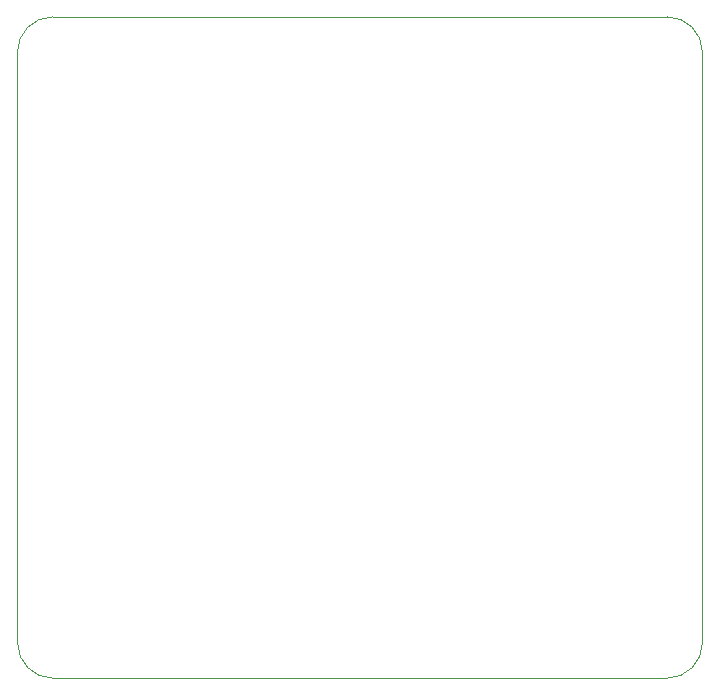
<source format=gbr>
G04 #@! TF.GenerationSoftware,KiCad,Pcbnew,9.0.6*
G04 #@! TF.CreationDate,2025-12-24T09:31:41-05:00*
G04 #@! TF.ProjectId,project-bed-light,70726f6a-6563-4742-9d62-65642d6c6967,rev?*
G04 #@! TF.SameCoordinates,Original*
G04 #@! TF.FileFunction,Profile,NP*
%FSLAX46Y46*%
G04 Gerber Fmt 4.6, Leading zero omitted, Abs format (unit mm)*
G04 Created by KiCad (PCBNEW 9.0.6) date 2025-12-24 09:31:41*
%MOMM*%
%LPD*%
G01*
G04 APERTURE LIST*
G04 #@! TA.AperFunction,Profile*
%ADD10C,0.050000*%
G04 #@! TD*
G04 APERTURE END LIST*
D10*
X79000000Y-24000000D02*
X79000000Y-74000000D01*
X24000000Y-77000000D02*
G75*
G02*
X21000000Y-74000000I0J3000000D01*
G01*
X21000000Y-74000000D02*
X21000000Y-24000000D01*
X79000000Y-74000000D02*
G75*
G02*
X76000000Y-77000000I-3000000J0D01*
G01*
X76000000Y-21000000D02*
G75*
G02*
X79000000Y-24000000I0J-3000000D01*
G01*
X24000000Y-21000000D02*
X76000000Y-21000000D01*
X76000000Y-77000000D02*
X24000000Y-77000000D01*
X21000000Y-24000000D02*
G75*
G02*
X24000000Y-21000000I3000000J0D01*
G01*
M02*

</source>
